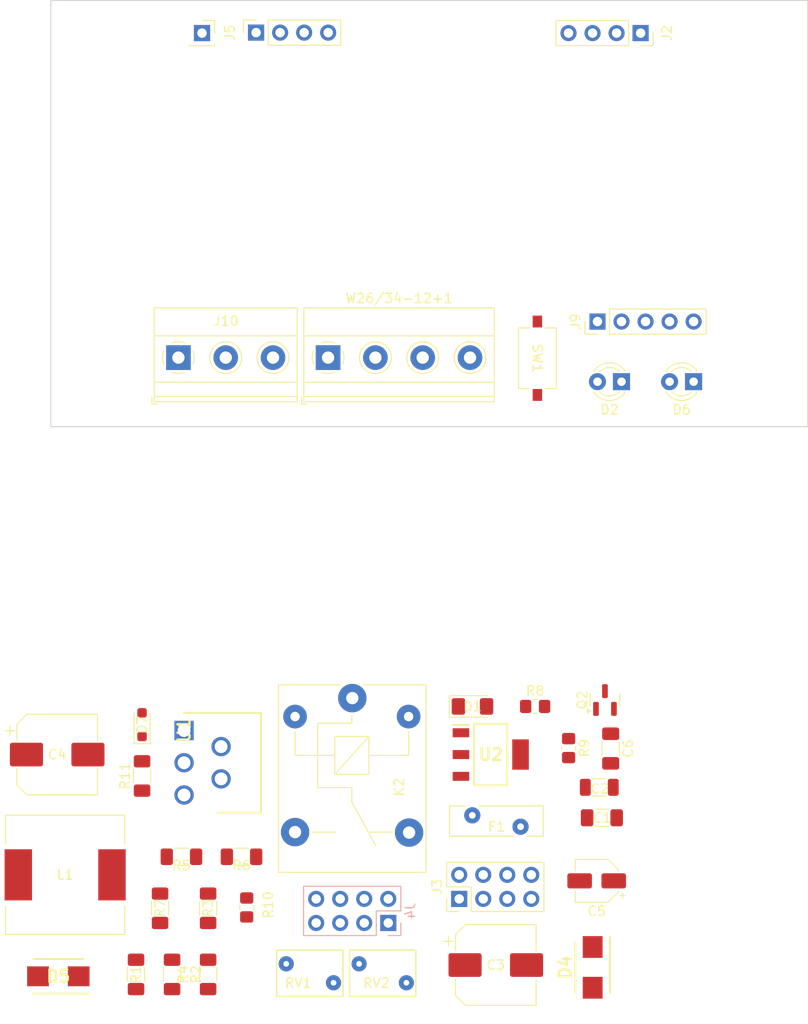
<source format=kicad_pcb>
(kicad_pcb (version 20221018) (generator pcbnew)
  (layers (0 "F.Cu" signal) (31 "B.Cu" signal) (34 "B.Paste" user) (35 "F.Paste" user) (36 "B.SilkS" user "B.Silkscreen") (37 "F.SilkS" user "F.Silkscreen") (38 "B.Mask" user) (39 "F.Mask" user) (44 "Edge.Cuts" user))
  (net 0 "")
  (net 1 "GND")
  (net 2 "+5V")
  (net 3 "12V")
  (net 4 "+3.3V")
  (net 5 "Net-(D1-K)")
  (net 6 "Net-(D1-A)")
  (net 7 "Net-(D4-A)")
  (net 8 "Net-(D5-K)")
  (net 9 "Net-(D6-K)")
  (net 10 "Net-(D6-A)")
  (net 11 "Net-(D7-K)")
  (net 12 "12VOUT")
  (net 13 "Net-(J2-Pin_2)")
  (net 15 "Net-(J3-Pin_3)")
  (net 16 "Net-(J3-Pin_4)")
  (net 17 "Net-(J3-Pin_5)")
  (net 18 "Net-(J3-Pin_6)")
  (net 19 "D1")
  (net 20 "D0")
  (net 25 "Net-(J10-Pin_2)")
  (net 26 "Net-(J9-Pin_3)")
  (net 27 "Net-(J10-Pin_1)")
  (net 28 "Net-(J10-Pin_3)")
  (net 29 "Net-(Q2-B)")
  (net 30 "Net-(D2-A)")
  (net 31 "Net-(R5-Pad1)")
  (net 32 "Net-(U1-FB)")
  (net 33 "Net-(ANT1-Pin_1)")
  (footprint "Resistor_SMD:R_1206_3216Metric_Pad1.30x1.75mm_HandSolder" (layer "F.Cu") (at 96.52 157.835 90)
    (fp_text reference "R4" (at 0 -2.644273 90) (layer "F.SilkS"))
    (fp_text value "330")
    (fp_line (start -0.727064 -0.91) (end 0.727064 -0.91) (stroke (width 0.12)) (layer "F.SilkS"))
    (fp_line (start -0.727064 0.91) (end 0.727064 0.91) (stroke (width 0.12)) (layer "F.SilkS"))
    (pad "1" smd roundrect (at -1.55 0 90) (size 1.3 1.75) (layers "F.Cu" "F.Paste" "F.Mask") (roundrect_rratio 0.192308) (net 30 "Net-(D2-A)"))
    (pad "2" smd roundrect (at 1.55 0 90) (size 1.3 1.75) (layers "F.Cu" "F.Paste" "F.Mask") (roundrect_rratio 0.192308) (net 2 "+5V"))
  )
  (footprint "Varistor:RV_Disc_D7mm_W4.9mm_P5mm" (layer "F.Cu") (at 104.775 156.7167)
    (fp_text reference "RV1" (at 1.27 2.03325) (layer "F.SilkS"))
    (fp_text value "470KD07")
    (fp_line (start -1 -1.45) (end -1 3.45) (stroke (width 0.15)) (layer "F.SilkS"))
    (fp_line (start -1 -1.45) (end 6 -1.45) (stroke (width 0.15)) (layer "F.SilkS"))
    (fp_line (start -1 3.45) (end 6 3.45) (stroke (width 0.15)) (layer "F.SilkS"))
    (fp_line (start 6 -1.45) (end 6 3.45) (stroke (width 0.15)) (layer "F.SilkS"))
    (pad "1" thru_hole circle (at 0 0) (size 1.6 1.6) (drill 0.6) (layers "*.Cu" "*.Mask") (net 27 "Net-(J10-Pin_1)"))
    (pad "2" thru_hole circle (at 5 2) (size 1.6 1.6) (drill 0.6) (layers "*.Cu" "*.Mask") (net 25 "Net-(J10-Pin_2)"))
  )
  (footprint "Resistor_SMD:R_1206_3216Metric_Pad1.30x1.75mm_HandSolder" (layer "F.Cu") (at 89.535 136.88 -90)
    (fp_text reference "R11" (at 0 1.79 -270) (layer "F.SilkS"))
    (fp_text value "4.7K")
    (fp_line (start -0.727064 -0.91) (end 0.727064 -0.91) (stroke (width 0.12)) (layer "F.SilkS"))
    (fp_line (start -0.727064 0.91) (end 0.727064 0.91) (stroke (width 0.12)) (layer "F.SilkS"))
    (pad "1" smd roundrect (at -1.55 0 270) (size 1.3 1.75) (layers "F.Cu" "F.Paste" "F.Mask") (roundrect_rratio 0.192308) (net 1 "GND"))
    (pad "2" smd roundrect (at 1.55 0 270) (size 1.3 1.75) (layers "F.Cu" "F.Paste" "F.Mask") (roundrect_rratio 0.192308) (net 32 "Net-(U1-FB)"))
  )
  (footprint "Resistor_SMD:R_1206_3216Metric_Pad1.30x1.75mm_HandSolder" (layer "F.Cu") (at 92.71 157.835 -90)
    (fp_text reference "R2" (at 0 -2.54 90) (layer "F.SilkS"))
    (fp_text value "10K" hide)
    (fp_line (start -0.727064 -0.91) (end 0.727064 -0.91) (stroke (width 0.12)) (layer "F.SilkS"))
    (fp_line (start -0.727064 0.91) (end 0.727064 0.91) (stroke (width 0.12)) (layer "F.SilkS"))
    (pad "1" smd roundrect (at -1.55 0 270) (size 1.3 1.75) (layers "F.Cu" "F.Paste" "F.Mask") (roundrect_rratio 0.192308) (net 15 "Net-(J3-Pin_3)"))
    (pad "2" smd roundrect (at 1.55 0 270) (size 1.3 1.75) (layers "F.Cu" "F.Paste" "F.Mask") (roundrect_rratio 0.192308) (net 20 "D0"))
  )
  (footprint "Kicad Modelos:TLV1117LV33DCYR" (layer "F.Cu") (at 126.39 134.62)
    (fp_text reference "U2" (at 0 0) (layer "F.SilkS") (effects (font (size 1.27 1.27) (thickness 0.254))))
    (fp_text value "AMS1117-3.3" hide)
    (fp_line (start -4.025 -3.125) (end -2.275 -3.125) (stroke (width 0.2)) (layer "F.SilkS"))
    (fp_line (start -1.75 -3.25) (end 1.75 -3.25) (stroke (width 0.2)) (layer "F.SilkS"))
    (fp_line (start -1.75 3.25) (end -1.75 -3.25) (stroke (width 0.2)) (layer "F.SilkS"))
    (fp_line (start 1.75 -3.25) (end 1.75 3.25) (stroke (width 0.2)) (layer "F.SilkS"))
    (fp_line (start 1.75 3.25) (end -1.75 3.25) (stroke (width 0.2)) (layer "F.SilkS"))
    (pad "1" smd rect (at -3.15 -2.3 90) (size 0.95 1.75) (layers "F.Cu" "F.Paste" "F.Mask") (net 1 "GND"))
    (pad "2" smd rect (at -3.15 0 90) (size 0.95 1.75) (layers "F.Cu" "F.Paste" "F.Mask") (net 4 "+3.3V"))
    (pad "3" smd rect (at -3.15 2.3 90) (size 0.95 1.75) (layers "F.Cu" "F.Paste" "F.Mask") (net 2 "+5V"))
    (pad "4" smd rect (at 3.15 0) (size 1.75 3.2) (layers "F.Cu" "F.Paste" "F.Mask"))
  )
  (footprint "Resistor_SMD:R_1206_3216Metric_Pad1.30x1.75mm_HandSolder" (layer "F.Cu") (at 96.52 150.85 -90)
    (fp_text reference "R3" (at 0 0 90) (layer "F.SilkS"))
    (fp_text value "10K" hide)
    (fp_line (start -0.727064 -0.91) (end 0.727064 -0.91) (stroke (width 0.12)) (layer "F.SilkS"))
    (fp_line (start -0.727064 0.91) (end 0.727064 0.91) (stroke (width 0.12)) (layer "F.SilkS"))
    (pad "1" smd roundrect (at -1.55 0 270) (size 1.3 1.75) (layers "F.Cu" "F.Paste" "F.Mask") (roundrect_rratio 0.192308) (net 4 "+3.3V"))
    (pad "2" smd roundrect (at 1.55 0 270) (size 1.3 1.75) (layers "F.Cu" "F.Paste" "F.Mask") (roundrect_rratio 0.192308) (net 16 "Net-(J3-Pin_4)"))
  )
  (footprint "Connector_PinHeader_2.54mm:PinHeader_1x05_P2.54mm_Vertical" (layer "F.Cu") (at 137.67 88.9 90)
    (fp_text reference "J9" (at 0 -2.33 90) (layer "F.SilkS"))
    (fp_text value "jumpers salida")
    (fp_line (start -1.33 -1.33) (end 0 -1.33) (stroke (width 0.12)) (layer "F.SilkS"))
    (fp_line (start -1.33 0) (end -1.33 -1.33) (stroke (width 0.12)) (layer "F.SilkS"))
    (fp_line (start -1.33 1.27) (end -1.33 11.49) (stroke (width 0.12)) (layer "F.SilkS"))
    (fp_line (start -1.33 1.27) (end 1.33 1.27) (stroke (width 0.12)) (layer "F.SilkS"))
    (fp_line (start -1.33 11.49) (end 1.33 11.49) (stroke (width 0.12)) (layer "F.SilkS"))
    (fp_line (start 1.33 1.27) (end 1.33 11.49) (stroke (width 0.12)) (layer "F.SilkS"))
    (pad "1" thru_hole rect (at 0 0 90) (size 1.7 1.7) (drill 1) (layers "*.Cu" "*.Mask") (net 1 "GND"))
    (pad "2" thru_hole oval (at 0 2.54 90) (size 1.7 1.7) (drill 1) (layers "*.Cu" "*.Mask") (net 25 "Net-(J10-Pin_2)"))
    (pad "3" thru_hole oval (at 0 5.08 90) (size 1.7 1.7) (drill 1) (layers "*.Cu" "*.Mask") (net 26 "Net-(J9-Pin_3)"))
    (pad "4" thru_hole oval (at 0 7.62 90) (size 1.7 1.7) (drill 1) (layers "*.Cu" "*.Mask") (net 12 "12VOUT"))
    (pad "5" thru_hole oval (at 0 10.16 90) (size 1.7 1.7) (drill 1) (layers "*.Cu" "*.Mask") (net 12 "12VOUT"))
  )
  (footprint "Kicad Modelos:LM2596TVADJG" (layer "F.Cu") (at 93.98 132.08 -90)
    (fp_text reference "U1" (at 0 0 -90) (layer "F.SilkS") (effects (font (size 1.27 1.27) (thickness 0.254))))
    (fp_text value "LM2596S-5" hide)
    (fp_line (start -1.866 -8.128) (end -1.866 0) (stroke (width 0.2)) (layer "F.SilkS"))
    (fp_line (start 8.674 -8.128) (end -1.866 -8.128) (stroke (width 0.2)) (layer "F.SilkS"))
    (fp_line (start 8.674 -3.556) (end 8.674 -8.128) (stroke (width 0.2)) (layer "F.SilkS"))
    (pad "1" thru_hole rect (at 0 0 270) (size 2.04 2.04) (drill 1.36) (layers "*.Cu" "*.Mask") (net 3 "12V"))
    (pad "2" thru_hole circle (at 1.702 -3.912 270) (size 2.04 2.04) (drill 1.36) (layers "*.Cu" "*.Mask") (net 8 "Net-(D5-K)"))
    (pad "3" thru_hole circle (at 3.404 0 270) (size 2.04 2.04) (drill 1.36) (layers "*.Cu" "*.Mask") (net 1 "GND"))
    (pad "4" thru_hole circle (at 5.106 -3.912 270) (size 2.04 2.04) (drill 1.36) (layers "*.Cu" "*.Mask") (net 32 "Net-(U1-FB)"))
    (pad "5" thru_hole circle (at 6.808 0 270) (size 2.04 2.04) (drill 1.36) (layers "*.Cu" "*.Mask") (net 1 "GND"))
  )
  (footprint "Kicad Modelos:SS34B-HF" (layer "F.Cu") (at 137.16 157.09 -90)
    (fp_text reference "D4" (at 0 2.8973 -90) (layer "F.SilkS") (effects (font (size 1.27 1.27) (thickness 0.254))))
    (fp_text value "SS34" hide)
    (fp_line (start -2.65 1.825) (end 2.65 1.825) (stroke (width 0.2)) (layer "F.SilkS"))
    (fp_line (start 2.65 -1.825) (end -3.2 -1.825) (stroke (width 0.2)) (layer "F.SilkS"))
    (pad "1" smd rect (at -2.15 0) (size 2.1 2.3) (layers "F.Cu" "F.Paste" "F.Mask") (net 3 "12V"))
    (pad "2" smd rect (at 2.15 0) (size 2.1 2.3) (layers "F.Cu" "F.Paste" "F.Mask") (net 7 "Net-(D4-A)"))
  )
  (footprint "Resistor_SMD:R_1206_3216Metric_Pad1.30x1.75mm_HandSolder" (layer "F.Cu") (at 88.9 157.835 90)
    (fp_text reference "R1" (at 0 0 90) (layer "F.SilkS"))
    (fp_text value "10K" hide)
    (fp_line (start -0.727064 -0.91) (end 0.727064 -0.91) (stroke (width 0.12)) (layer "F.SilkS"))
    (fp_line (start -0.727064 0.91) (end 0.727064 0.91) (stroke (width 0.12)) (layer "F.SilkS"))
    (pad "1" smd roundrect (at -1.55 0 90) (size 1.3 1.75) (layers "F.Cu" "F.Paste" "F.Mask") (roundrect_rratio 0.192308) (net 19 "D1"))
    (pad "2" smd roundrect (at 1.55 0 90) (size 1.3 1.75) (layers "F.Cu" "F.Paste" "F.Mask") (roundrect_rratio 0.192308) (net 17 "Net-(J3-Pin_5)"))
  )
  (footprint "Connector_PinSocket_2.54mm:PinSocket_1x04_P2.54mm_Vertical" (layer "F.Cu") (at 101.59 58.395 90)
    (fp_text reference "J5" (at 0 -2.77 90) (layer "F.SilkS"))
    (fp_text value "Receptor RF" hide)
    (fp_line (start -1.33 1.27) (end -1.33 8.95) (stroke (width 0.12)) (layer "F.SilkS"))
    (fp_line (start -1.33 1.27) (end 1.33 1.27) (stroke (width 0.12)) (layer "F.SilkS"))
    (fp_line (start -1.33 8.95) (end 1.33 8.95) (stroke (width 0.12)) (layer "F.SilkS"))
    (fp_line (start 0 -1.33) (end 1.33 -1.33) (stroke (width 0.12)) (layer "F.SilkS"))
    (fp_line (start 1.33 -1.33) (end 1.33 0) (stroke (width 0.12)) (layer "F.SilkS"))
    (fp_line (start 1.33 1.27) (end 1.33 8.95) (stroke (width 0.12)) (layer "F.SilkS"))
    (pad "1" thru_hole rect (at 0 0 90) (size 1.7 1.7) (drill 1) (layers "*.Cu" "*.Mask") (net 33 "Net-(ANT1-Pin_1)"))
    (pad "2" thru_hole oval (at 0 2.54 90) (size 1.7 1.7) (drill 1) (layers "*.Cu" "*.Mask"))
    (pad "3" thru_hole oval (at 0 5.08 90) (size 1.7 1.7) (drill 1) (layers "*.Cu" "*.Mask"))
    (pad "4" thru_hole oval (at 0 7.62 90) (size 1.7 1.7) (drill 1) (layers "*.Cu" "*.Mask") (net 2 "+5V"))
  )
  (footprint "Resistor_SMD:R_1206_3216Metric_Pad1.30x1.75mm_HandSolder" (layer "F.Cu") (at 91.44 150.85 -90)
    (fp_text reference "R7" (at 0 0 90) (layer "F.SilkS"))
    (fp_text value "10K" hide)
    (fp_line (start -0.727064 -0.91) (end 0.727064 -0.91) (stroke (width 0.12)) (layer "F.SilkS"))
    (fp_line (start -0.727064 0.91) (end 0.727064 0.91) (stroke (width 0.12)) (layer "F.SilkS"))
    (pad "1" smd roundrect (at -1.55 0 270) (size 1.3 1.75) (layers "F.Cu" "F.Paste" "F.Mask") (roundrect_rratio 0.192308) (net 4 "+3.3V"))
    (pad "2" smd roundrect (at 1.55 0 270) (size 1.3 1.75) (layers "F.Cu" "F.Paste" "F.Mask") (roundrect_rratio 0.192308) (net 18 "Net-(J3-Pin_6)"))
  )
  (footprint "Connector_PinSocket_2.54mm:PinSocket_1x01_P2.54mm_Vertical" (layer "F.Cu") (at 95.875 58.445)
    (fp_text reference "ANT1" hide)
    (fp_text value "ANT" hide)
    (fp_line (start -1.33 1.21) (end -1.33 1.33) (stroke (width 0.12)) (layer "F.SilkS"))
    (fp_line (start -1.33 1.33) (end 1.33 1.33) (stroke (width 0.12)) (layer "F.SilkS"))
    (fp_line (start 0 -1.33) (end 1.33 -1.33) (stroke (width 0.12)) (layer "F.SilkS"))
    (fp_line (start 1.33 -1.33) (end 1.33 0) (stroke (width 0.12)) (layer "F.SilkS"))
    (fp_line (start 1.33 1.21) (end 1.33 1.33) (stroke (width 0.12)) (layer "F.SilkS"))
    (pad "1" thru_hole rect (at 0 0) (size 1.7 1.7) (drill 1) (layers "*.Cu" "*.Mask") (net 33 "Net-(ANT1-Pin_1)"))
  )
  (footprint "Resistor_SMD:R_0805_2012Metric_Pad1.20x1.40mm_HandSolder" (layer "F.Cu") (at 100.6 150.765 90)
    (fp_text reference "R10" (at 0.27 2.27 90) (layer "F.SilkS"))
    (fp_text value "330")
    (fp_line (start -0.227064 -0.735) (end 0.227064 -0.735) (stroke (width 0.12)) (layer "F.SilkS"))
    (fp_line (start -0.227064 0.735) (end 0.227064 0.735) (stroke (width 0.12)) (layer "F.SilkS"))
    (pad "1" smd roundrect (at -1 0 90) (size 1.2 1.4) (layers "F.Cu" "F.Paste" "F.Mask") (roundrect_rratio 0.208333) (net 10 "Net-(D6-A)"))
    (pad "2" smd roundrect (at 1 0 90) (size 1.2 1.4) (layers "F.Cu" "F.Paste" "F.Mask") (roundrect_rratio 0.208333) (net 11 "Net-(D7-K)"))
  )
  (footprint "Diode_SMD:D_SOD-323_HandSoldering" (layer "F.Cu") (at 89.535 131.465 90)
    (fp_text reference "D7" (at 0 0 90) (layer "F.SilkS"))
    (fp_text value "1N4148")
    (fp_line (start -2.01 -0.85) (end -2.01 0.85) (stroke (width 0.12)) (layer "F.SilkS"))
    (fp_line (start -2.01 -0.85) (end 1.25 -0.85) (stroke (width 0.12)) (layer "F.SilkS"))
    (fp_line (start -2.01 0.85) (end 1.25 0.85) (stroke (width 0.12)) (layer "F.SilkS"))
    (pad "1" smd roundrect (at -1.25 0 90) (size 1 1) (layers "F.Cu" "F.Paste" "F.Mask") (net 11 "Net-(D7-K)"))
    (pad "2" smd roundrect (at 1.25 0 90) (size 1 1) (layers "F.Cu" "F.Paste" "F.Mask") (net 9 "Net-(D6-K)"))
  )
  (footprint "Capacitor_SMD:CP_Elec_8x10" (layer "F.Cu") (at 126.925 156.845)
    (fp_text reference "C3" (at 0 0) (layer "F.SilkS"))
    (fp_text value "220uF/35V")
    (fp_line (start -5.5 -2.51) (end -4.5 -2.51) (stroke (width 0.12)) (layer "F.SilkS"))
    (fp_line (start -5 -3.01) (end -5 -2.01) (stroke (width 0.12)) (layer "F.SilkS"))
    (fp_line (start -4.26 -3.195563) (end -4.26 -1.51) (stroke (width 0.12)) (layer "F.SilkS"))
    (fp_line (start -4.26 -3.195563) (end -3.195563 -4.26) (stroke (width 0.12)) (layer "F.SilkS"))
    (fp_line (start -4.26 3.195563) (end -4.26 1.51) (stroke (width 0.12)) (layer "F.SilkS"))
    (fp_line (start -4.26 3.195563) (end -3.195563 4.26) (stroke (width 0.12)) (layer "F.SilkS"))
    (fp_line (start -3.195563 -4.26) (end 4.26 -4.26) (stroke (width 0.12)) (layer "F.SilkS"))
    (fp_line (start -3.195563 4.26) (end 4.26 4.26) (stroke (width 0.12)) (layer "F.SilkS"))
    (fp_line (start 4.26 -4.26) (end 4.26 -1.51) (stroke (width 0.12)) (layer "F.SilkS"))
    (fp_line (start 4.26 4.26) (end 4.26 1.51) (stroke (width 0.12)) (layer "F.SilkS"))
    (pad "1" smd roundrect (at -3.25 0) (size 3.5 2.5) (layers "F.Cu" "F.Paste" "F.Mask") (roundrect_rratio 0.1) (net 3 "12V"))
    (pad "2" smd roundrect (at 3.25 0) (size 3.5 2.5) (layers "F.Cu" "F.Paste" "F.Mask") (roundrect_rratio 0.1) (net 1 "GND"))
  )
  (footprint "TerminalBlock_Phoenix:TerminalBlock_Phoenix_MKDS-1,5-3_1x03_P5.00mm_Horizontal" (layer "F.Cu") (at 93.38 92.71)
    (fp_text reference "J10" (at 5.039906 -3.865589) (layer "F.SilkS"))
    (fp_text value "OUT" hide)
    (fp_line (start -2.8 4.16) (end -2.8 4.9) (stroke (width 0.12)) (layer "F.SilkS"))
    (fp_line (start -2.8 4.9) (end -2.3 4.9) (stroke (width 0.12)) (layer "F.SilkS"))
    (fp_line (start -2.56 -5.261) (end -2.56 4.66) (stroke (width 0.12)) (layer "F.SilkS"))
    (fp_line (start -2.56 -5.261) (end 12.56 -5.261) (stroke (width 0.12)) (layer "F.SilkS"))
    (fp_line (start -2.56 -2.301) (end 12.56 -2.301) (stroke (width 0.12)) (layer "F.SilkS"))
    (fp_line (start -2.56 2.6) (end 12.56 2.6) (stroke (width 0.12)) (layer "F.SilkS"))
    (fp_line (start -2.56 4.1) (end 12.56 4.1) (stroke (width 0.12)) (layer "F.SilkS"))
    (fp_line (start -2.56 4.66) (end 12.56 4.66) (stroke (width 0.12)) (layer "F.SilkS"))
    (fp_line (start 3.773 1.023) (end 3.726 1.069) (stroke (width 0.12)) (layer "F.SilkS"))
    (fp_line (start 3.966 1.239) (end 3.931 1.274) (stroke (width 0.12)) (layer "F.SilkS"))
    (fp_line (start 6.07 -1.275) (end 6.035 -1.239) (stroke (width 0.12)) (layer "F.SilkS"))
    (fp_line (start 6.275 -1.069) (end 6.228 -1.023) (stroke (width 0.12)) (layer "F.SilkS"))
    (fp_line (start 8.773 1.023) (end 8.726 1.069) (stroke (width 0.12)) (layer "F.SilkS"))
    (fp_line (start 8.966 1.239) (end 8.931 1.274) (stroke (width 0.12)) (layer "F.SilkS"))
    (fp_line (start 11.07 -1.275) (end 11.035 -1.239) (stroke (width 0.12)) (layer "F.SilkS"))
    (fp_line (start 11.275 -1.069) (end 11.228 -1.023) (stroke (width 0.12)) (layer "F.SilkS"))
    (fp_line (start 12.56 -5.261) (end 12.56 4.66) (stroke (width 0.12)) (layer "F.SilkS"))
    (fp_arc (start -1.535427 0.683042) (mid -1.680501 -0.000524) (end -1.535 -0.684) (stroke (width 0.12)) (layer "F.SilkS"))
    (fp_arc (start -0.683042 -1.535427) (mid 0.000524 -1.680501) (end 0.684 -1.535) (stroke (width 0.12)) (layer "F.SilkS"))
    (fp_arc (start 0.028805 1.680253) (mid -0.335551 1.646659) (end -0.684 1.535) (stroke (width 0.12)) (layer "F.SilkS"))
    (fp_arc (start 0.683318 1.534756) (mid 0.349292 1.643288) (end 0 1.68) (stroke (width 0.12)) (layer "F.SilkS"))
    (fp_arc (start 1.535427 -0.683042) (mid 1.680501 0.000524) (end 1.535 0.684) (stroke (width 0.12)) (layer "F.SilkS"))
    (fp_circle (center 5 0) (end 6.68 0) (stroke (width 0.12)) (fill none) (layer "F.SilkS"))
    (fp_circle (center 10 0) (end 11.68 0) (stroke (width 0.12)) (fill none) (layer "F.SilkS"))
    (pad "1" thru_hole rect (at 0 0) (size 2.6 2.6) (drill 1.3) (layers "*.Cu" "*.Mask") (net 27 "Net-(J10-Pin_1)"))
    (pad "2" thru_hole circle (at 5 0) (size 2.6 2.6) (drill 1.3) (layers "*.Cu" "*.Mask") (net 25 "Net-(J10-Pin_2)"))
    (pad "3" thru_hole circle (at 10 0) (size 2.6 2.6) (drill 1.3) (layers "*.Cu" "*.Mask") (net 28 "Net-(J10-Pin_3)"))
  )
  (footprint "Resistor_SMD:R_0805_2012Metric_Pad1.20x1.40mm_HandSolder" (layer "F.Cu") (at 131.08 129.54)
    (fp_text reference "R8" (at 0 -1.65) (layer "F.SilkS"))
    (fp_text value "10K")
    (fp_line (start -0.227064 -0.735) (end 0.227064 -0.735) (stroke (width 0.12)) (layer "F.SilkS"))
    (fp_line (start -0.227064 0.735) (end 0.227064 0.735) (stroke (width 0.12)) (layer "F.SilkS"))
    (pad "1" smd roundrect (at -1 0) (size 1.2 1.4) (layers "F.Cu" "F.Paste" "F.Mask") (roundrect_rratio 0.208333) (net 5 "Net-(D1-K)"))
    (pad "2" smd roundrect (at 1 0) (size 1.2 1.4) (layers "F.Cu" "F.Paste" "F.Mask") (roundrect_rratio 0.208333) (net 29 "Net-(Q2-B)"))
  )
  (footprint "Resistor_SMD:R_1206_3216Metric_Pad1.30x1.75mm_HandSolder" (layer "F.Cu") (at 93.7 145.415 180)
    (fp_text reference "R5" (at 0 -0.91) (layer "F.SilkS"))
    (fp_text value "10K")
    (fp_line (start -0.727064 -0.91) (end 0.727064 -0.91) (stroke (width 0.12)) (layer "F.SilkS"))
    (fp_line (start -0.727064 0.91) (end 0.727064 0.91) (stroke (width 0.12)) (layer "F.SilkS"))
    (pad "1" smd roundrect (at -1.55 0 180) (size 1.3 1.75) (layers "F.Cu" "F.Paste" "F.Mask") (roundrect_rratio 0.192308) (net 31 "Net-(R5-Pad1)"))
    (pad "2" smd roundrect (at 1.55 0 180) (size 1.3 1.75) (layers "F.Cu" "F.Paste" "F.Mask") (roundrect_rratio 0.192308) (net 2 "+5V"))
  )
  (footprint "Inductor_SMD:L_12x12mm_H8mm" (layer "F.Cu") (at 81.41 147.32)
    (fp_text reference "L1" (at 0 0) (layer "F.SilkS"))
    (fp_text value "33 uH/3.5A")
    (fp_line (start -6.3 -6.3) (end 6.3 -6.3) (stroke (width 0.12)) (layer "F.SilkS"))
    (fp_line (start -6.3 -3.3) (end -6.3 -6.3) (stroke (width 0.12)) (layer "F.SilkS"))
    (fp_line (start -6.3 6.3) (end -6.3 3.3) (stroke (width 0.12)) (layer "F.SilkS"))
    (fp_line (start 6.3 -6.3) (end 6.3 -3.3) (stroke (width 0.12)) (layer "F.SilkS"))
    (fp_line (start 6.3 3.3) (end 6.3 6.3) (stroke (width 0.12)) (layer "F.SilkS"))
    (fp_line (start 6.3 6.3) (end -6.3 6.3) (stroke (width 0.12)) (layer "F.SilkS"))
    (pad "1" smd rect (at -4.95 0) (size 2.9 5.4) (layers "F.Cu" "F.Paste" "F.Mask") (net 8 "Net-(D5-K)"))
    (pad "2" smd rect (at 4.95 0) (size 2.9 5.4) (layers "F.Cu" "F.Paste" "F.Mask") (net 2 "+5V"))
  )
  (footprint "LED_THT:LED_D3.0mm" (layer "F.Cu") (at 147.83 95.25 180)
    (fp_text reference "D6" (at 1.27 -2.96) (layer "F.SilkS"))
    (fp_text value "LED")
    (fp_line (start -0.29 -1.236) (end -0.29 -1.08) (stroke (width 0.12)) (layer "F.SilkS"))
    (fp_line (start -0.29 1.08) (end -0.29 1.236) (stroke (width 0.12)) (layer "F.SilkS"))
    (fp_arc (start -0.29 -1.235516) (mid 1.366487 -1.987659) (end 2.942335 -1.078608) (stroke (width 0.12)) (layer "F.SilkS"))
    (fp_arc (start 0.229039 -1.08) (mid 1.270117 -1.5) (end 2.31113 -1.079837) (stroke (width 0.12)) (layer "F.SilkS"))
    (fp_arc (start 2.31113 1.079837) (mid 1.270117 1.5) (end 0.229039 1.08) (stroke (width 0.12)) (layer "F.SilkS"))
    (fp_arc (start 2.942335 1.078608) (mid 1.366487 1.987659) (end -0.29 1.235516) (stroke (width 0.12)) (layer "F.SilkS"))
    (pad "1" thru_hole rect (at 0 0 180) (size 1.8 1.8) (drill 0.9) (layers "*.Cu" "*.Mask") (net 9 "Net-(D6-K)"))
    (pad "2" thru_hole circle (at 2.54 0 180) (size 1.8 1.8) (drill 0.9) (layers "*.Cu" "*.Mask") (net 10 "Net-(D6-A)"))
  )
  (footprint "Varistor:RV_Disc_D7mm_W4.9mm_P5mm" (layer "F.Cu") (at 112.475 156.7167)
    (fp_text reference "RV2" (at 1.825 2.03325) (layer "F.SilkS"))
    (fp_text value "470KD07")
    (fp_line (start -1 -1.45) (end -1 3.45) (stroke (width 0.15)) (layer "F.SilkS"))
    (fp_line (start -1 -1.45) (end 6 -1.45) (stroke (width 0.15)) (layer "F.SilkS"))
    (fp_line (start -1 3.45) (end 6 3.45) (stroke (width 0.15)) (layer "F.SilkS"))
    (fp_line (start 6 -1.45) (end 6 3.45) (stroke (width 0.15)) (layer "F.SilkS"))
    (pad "1" thru_hole circle (at 0 0) (size 1.6 1.6) (drill 0.6) (layers "*.Cu" "*.Mask") (net 25 "Net-(J10-Pin_2)"))
    (pad "2" thru_hole circle (at 5 2) (size 1.6 1.6) (drill 0.6) (layers "*.Cu" "*.Mask") (net 28 "Net-(J10-Pin_3)"))
  )
  (footprint "Kicad Modelos:SS34B-HF" (layer "F.Cu") (at 80.69 158.035 180)
    (fp_text reference "D5" (at 0 0 180) (layer "F.SilkS") (effects (font (size 1.27 1.27) (thickness 0.254))))
    (fp_text value "SS34" hide)
    (fp_line (start -2.65 1.825) (end 2.65 1.825) (stroke (width 0.2)) (layer "F.SilkS"))
    (fp_line (start 2.65 -1.825) (end -3.2 -1.825) (stroke (width 0.2)) (layer "F.SilkS"))
    (pad "1" smd rect (at -2.15 0 270) (size 2.1 2.3) (layers "F.Cu" "F.Paste" "F.Mask") (net 8 "Net-(D5-K)"))
    (pad "2" smd rect (at 2.15 0 270) (size 2.1 2.3) (layers "F.Cu" "F.Paste" "F.Mask") (net 1 "GND"))
  )
  (footprint "Package_TO_SOT_SMD:SOT-23" (layer "F.Cu") (at 138.46 128.86 90)
    (fp_text reference "Q2" (at 0 -2.4 90) (layer "F.SilkS"))
    (fp_text value "MMBT5551L")
    (fp_line (start 0 -1.56) (end -0.65 -1.56) (stroke (width 0.12)) (layer "F.SilkS"))
    (fp_line (start 0 -1.56) (end 0.65 -1.56) (stroke (width 0.12)) (layer "F.SilkS"))
    (fp_line (start 0 1.56) (end -0.65 1.56) (stroke (width 0.12)) (layer "F.SilkS"))
    (fp_line (start 0 1.56) (end 0.65 1.56) (stroke (width 0.12)) (layer "F.SilkS"))
    (fp_poly (pts (xy -1.1625 -1.51) (xy -1.4025 -1.84) (xy -0.9225 -1.84) (xy -1.1625 -1.51)) (stroke (width 0.12)) (fill solid) (layer "F.SilkS"))
    (pad "1" smd roundrect (at -0.9375 -0.95 90) (size 1.475 0.6) (layers "F.Cu" "F.Paste" "F.Mask") (net 29 "Net-(Q2-B)"))
    (pad "2" smd roundrect (at -0.9375 0.95 90) (size 1.475 0.6) (layers "F.Cu" "F.Paste" "F.Mask") (net 1 "GND"))
    (pad "3" smd roundrect (at 0.9375 0 90) (size 1.475 0.6) (layers "F.Cu" "F.Paste" "F.Mask") (net 9 "Net-(D6-K)"))
  )
  (footprint "TerminalBlock_Phoenix:TerminalBlock_Phoenix_MKDS-1,5-4_1x04_P5.00mm_Horizontal" (layer "F.Cu") (at 109.2 92.71)
    (fp_text reference "W26/34-12+1" (at 7.5 -6.26) (layer "F.SilkS"))
    (fp_text value "Screw_Terminal_01x04")
    (fp_line (start -2.8 4.16) (end -2.8 4.9) (stroke (width 0.12)) (layer "F.SilkS"))
    (fp_line (start -2.8 4.9) (end -2.3 4.9) (stroke (width 0.12)) (layer "F.SilkS"))
    (fp_line (start -2.56 -5.261) (end -2.56 4.66) (stroke (width 0.12)) (layer "F.SilkS"))
    (fp_line (start -2.56 -5.261) (end 17.561 -5.261) (stroke (width 0.12)) (layer "F.SilkS"))
    (fp_line (start -2.56 -2.301) (end 17.561 -2.301) (stroke (width 0.12)) (layer "F.SilkS"))
    (fp_line (start -2.56 2.6) (end 17.561 2.6) (stroke (width 0.12)) (layer "F.SilkS"))
    (fp_line (start -2.56 4.1) (end 17.561 4.1) (stroke (width 0.12)) (layer "F.SilkS"))
    (fp_line (start -2.56 4.66) (end 17.561 4.66) (stroke (width 0.12)) (layer "F.SilkS"))
    (fp_line (start 3.773 1.023) (end 3.726 1.069) (stroke (width 0.12)) (layer "F.SilkS"))
    (fp_line (start 3.966 1.239) (end 3.931 1.274) (stroke (width 0.12)) (layer "F.SilkS"))
    (fp_line (start 6.07 -1.275) (end 6.035 -1.239) (stroke (width 0.12)) (layer "F.SilkS"))
    (fp_line (start 6.275 -1.069) (end 6.228 -1.023) (stroke (width 0.12)) (layer "F.SilkS"))
    (fp_line (start 8.773 1.023) (end 8.726 1.069) (stroke (width 0.12)) (layer "F.SilkS"))
    (fp_line (start 8.966 1.239) (end 8.931 1.274) (stroke (width 0.12)) (layer "F.SilkS"))
    (fp_line (start 11.07 -1.275) (end 11.035 -1.239) (stroke (width 0.12)) (layer "F.SilkS"))
    (fp_line (start 11.275 -1.069) (end 11.228 -1.023) (stroke (width 0.12)) (layer "F.SilkS"))
    (fp_line (start 13.773 1.023) (end 13.726 1.069) (stroke (width 0.12)) (layer "F.SilkS"))
    (fp_line (start 13.966 1.239) (end 13.931 1.274) (stroke (width 0.12)) (layer "F.SilkS"))
    (fp_line (start 16.07 -1.275) (end 16.035 -1.239) (stroke (width 0.12)) (layer "F.SilkS"))
    (fp_line (start 16.275 -1.069) (end 16.228 -1.023) (stroke (width 0.12)) (layer "F.SilkS"))
    (fp_line (start 17.561 -5.261) (end 17.561 4.66) (stroke (width 0.12)) (layer "F.SilkS"))
    (fp_arc (start -1.535427 0.683042) (mid -1.680501 -0.000524) (end -1.535 -0.684) (stroke (width 0.12)) (layer "F.SilkS"))
    (fp_arc (start -0.683042 -1.535427) (mid 0.000524 -1.680501) (end 0.684 -1.535) (stroke (width 0.12)) (layer "F.SilkS"))
    (fp_arc (start 0.028805 1.680253) (mid -0.335551 1.646659) (end -0.684 1.535) (stroke (width 0.12)) (layer "F.SilkS"))
    (fp_arc (start 0.683318 1.534756) (mid 0.349292 1.643288) (end 0 1.68) (stroke (width 0.12)) (layer "F.SilkS"))
    (fp_arc (start 1.535427 -0.683042) (mid 1.680501 0.000524) (end 1.535 0.684) (stroke (width 0.12)) (layer "F.SilkS"))
    (fp_circle (center 5 0) (end 6.68 0) (stroke (width 0.12)) (fill none) (layer "F.SilkS"))
    (fp_circle (center 10 0) (end 11.68 0) (stroke (width 0.12)) (fill none) (layer "F.SilkS"))
    (fp_circle (center 15 0) (end 16.68 0) (stroke (width 0.12)) (fill none) (layer "F.SilkS"))
    (pad "1" thru_hole rect (at 0 0) (size 2.6 2.6) (drill 1.3) (layers "*.Cu" "*.Mask") (net 1 "GND"))
    (pad "2" thru_hole circle (at 5 0) (size 2.6 2.6) (drill 1.3) (layers "*.Cu" "*.Mask") (net 7 "Net-(D4-A)"))
    (pad "3" thru_hole circle (at 10 0) (size 2.6 2.6) (drill 1.3) (layers "*.Cu" "*.Mask") (net 19 "D1"))
    (pad "4" thru_hole circle (at 15 0) (size 2.6 2.6) (drill 1.3) (layers "*.Cu" "*.Mask") (net 20 "D0"))
  )
  (footprint "Capacitor_SMD:C_1206_3216Metric" (layer "F.Cu") (at 137.86 138.0783)
    (fp_text reference "C2" (at 0.061267 0.145852) (layer "F.SilkS"))
    (fp_text value "0.1u")
    (fp_line (start -0.711252 -0.91) (end 0.711252 -0.91) (stroke (width 0.12)) (layer "F.SilkS"))
    (fp_line (start -0.711252 0.91) (end 0.711252 0.91) (stroke (width 0.12)) (layer "F.SilkS"))
    (pad "1" smd roundrect (at -1.475 0) (size 1.15 1.8) (layers "F.Cu" "F.Paste" "F.Mask") (roundrect_rratio 0.217391) (net 3 "12V"))
    (pad "2" smd roundrect (at 1.475 0) (size 1.15 1.8) (layers "F.Cu" "F.Paste" "F.Mask") (roundrect_rratio 0.217391) (net 1 "GND"))
  )
  (footprint "Fuse:Fuse_Bourns_MF-RHT100" (layer "F.Cu") (at 124.44 141.04)
    (fp_text reference "F1" (at 2.56 1.2) (layer "F.SilkS"))
    (fp_text value "MF-R110")
    (fp_line (start -2.4 -1) (end -2.4 2.2) (stroke (width 0.12)) (layer "F.SilkS"))
    (fp_line (start -2.4 -1) (end -0.689 -1) (stroke (width 0.12)) (layer "F.SilkS"))
    (fp_line (start -2.4 2.2) (end 4.412 2.2) (stroke (width 0.12)) (layer "F.SilkS"))
    (fp_line (start 0.689 -1) (end 7.5 -1) (stroke (width 0.12)) (layer "F.SilkS"))
    (fp_line (start 5.789 2.2) (end 7.5 2.2) (stroke (width 0.12)) (layer "F.SilkS"))
    (fp_line (start 7.5 -1) (end 7.5 2.2) (stroke (width 0.12)) (layer "F.SilkS"))
    (pad "1" thru_hole circle (at 0 0) (size 1.71 1.71) (drill 0.71) (layers "*.Cu" "*.Mask") (net 7 "Net-(D4-A)"))
    (pad "2" thru_hole circle (at 5.1 1.2) (size 1.71 1.71) (drill 0.71) (layers "*.Cu" "*.Mask") (net 12 "12VOUT"))
  )
  (footprint "Capacitor_SMD:C_1206_3216Metric_Pad1.33x1.80mm_HandSolder" (layer "F.Cu") (at 138.1375 141.2983)
    (fp_text reference "C1" (at 0.03677 0.004048) (layer "F.SilkS"))
    (fp_text value "0.1u")
    (fp_line (start -0.711252 -0.91) (end 0.711252 -0.91) (stroke (width 0.12)) (layer "F.SilkS"))
    (fp_line (start -0.711252 0.91) (end 0.711252 0.91) (stroke (width 0.12)) (layer "F.SilkS"))
    (pad "1" smd roundrect (at -1.5625 0) (size 1.325 1.8) (layers "F.Cu" "F.Paste" "F.Mask") (roundrect_rratio 0.188679) (net 1 "GND"))
    (pad "2" smd roundrect (at 1.5625 0) (size 1.325 1.8) (layers "F.Cu" "F.Paste" "F.Mask") (roundrect_rratio 0.188679) (net 2 "+5V"))
  )
  (footprint "Resistor_SMD:R_0805_2012Metric_Pad1.20x1.40mm_HandSolder" (layer "F.Cu") (at 134.62 133.94 -90)
    (fp_text reference "R9" (at 0 -1.65 90) (layer "F.SilkS"))
    (fp_text value "100K")
    (fp_line (start -0.227064 -0.735) (end 0.227064 -0.735) (stroke (width 0.12)) (layer "F.SilkS"))
    (fp_line (start -0.227064 0.735) (end 0.227064 0.735) (stroke (width 0.12)) (layer "F.SilkS"))
    (pad "1" smd roundrect (at -1 0 270) (size 1.2 1.4) (layers "F.Cu" "F.Paste" "F.Mask") (roundrect_rratio 0.208333) (net 29 "Net-(Q2-B)"))
    (pad "2" smd roundrect (at 1 0 270) (size 1.2 1.4) (layers "F.Cu" "F.Paste" "F.Mask") (roundrect_rratio 0.208333) (net 1 "GND"))
  )
  (footprint "LED_THT:LED_D3.0mm" (layer "F.Cu") (at 140.21 95.25 180)
    (fp_text reference "D2" (at 1.27 -2.96) (layer "F.SilkS"))
    (fp_text value "LED")
    (fp_line (start -0.29 -1.236) (end -0.29 -1.08) (stroke (width 0.12)) (layer "F.SilkS"))
    (fp_line (start -0.29 1.08) (end -0.29 1.236) (stroke (width 0.12)) (layer "F.SilkS"))
    (fp_arc (start -0.29 -1.235516) (mid 1.366487 -1.987659) (end 2.942335 -1.078608) (stroke (width 0.12)) (layer "F.SilkS"))
    (fp_arc (start 0.229039 -1.08) (mid 1.270117 -1.5) (end 2.31113 -1.079837) (stroke (width 0.12)) (layer "F.SilkS"))
    (fp_arc (start 2.31113 1.079837) (mid 1.270117 1.5) (end 0.229039 1.08) (stroke (width 0.12)) (layer "F.SilkS"))
    (fp_arc (start 2.942335 1.078608) (mid 1.366487 1.987659) (end -0.29 1.235516) (stroke (width 0.12)) (layer "F.SilkS"))
    (pad "1" thru_hole rect (at 0 0 180) (size 1.8 1.8) (drill 0.9) (layers "*.Cu" "*.Mask") (net 1 "GND"))
    (pad "2" thru_hole circle (at 2.54 0 180) (size 1.8 1.8) (drill 0.9) (layers "*.Cu" "*.Mask") (net 30 "Net-(D2-A)"))
  )
  (footprint "Button_Switch_SMD:SW_Tactile_SPST_NO_Straight_CK_PTS636Sx25SMTRLFS" (layer "F.Cu") (at 131.32 92.775 -90)
    (fp_text reference "SW1" (at 0 0 -90 unlocked) (layer "F.SilkS"))
    (fp_text value "RESET")
    (fp_line (start -3.2 -2) (end -3.2 -0.8) (stroke (width 0.12)) (layer "F.SilkS"))
    (fp_line (start -3.2 0.8) (end -3.2 2) (stroke (width 0.12)) (layer "F.SilkS"))
    (fp_line (start -3.2 2) (end 3.2 2) (stroke (width 0.12)) (layer "F.SilkS"))
    (fp_line (start 3.2 -2) (end -3.2 -2) (stroke (width 0.12)) (layer "F.SilkS"))
    (fp_line (start 3.2 -0.8) (end 3.2 -2) (stroke (width 0.12)) (layer "F.SilkS"))
    (fp_line (start 3.2 2) (end 3.2 0.8) (stroke (width 0.12)) (layer "F.SilkS"))
    (pad "1" smd rect (at -3.875 0 270) (size 1.25 1) (layers "F.Cu" "F.Paste" "F.Mask") (net 1 "GND"))
    (pad "2" smd rect (at 3.875 0 270) (size 1.25 1) (layers "F.Cu" "F.Paste" "F.Mask") (net 18 "Net-(J3-Pin_6)"))
  )
  (footprint "Connector_PinHeader_2.54mm:PinHeader_2x04_P2.54mm_Vertical" (layer "F.Cu") (at 123.0575 149.86 90)
    (fp_text reference "J3" (at 1.27 -2.33 90) (layer "F.SilkS"))
    (fp_text value "ESP01")
    (fp_line (start -1.33 -1.33) (end 0 -1.33) (stroke (width 0.12)) (layer "F.SilkS"))
    (fp_line (start -1.33 0) (end -1.33 -1.33) (stroke (width 0.12)) (layer "F.SilkS"))
    (fp_line (start -1.33 1.27) (end -1.33 8.95) (stroke (width 0.12)) (layer "F.SilkS"))
    (fp_line (start -1.33 1.27) (end 1.27 1.27) (stroke (width 0.12)) (layer "F.SilkS"))
    (fp_line (start -1.33 8.95) (end 3.87 8.95) (stroke (width 0.12)) (layer "F.SilkS"))
    (fp_line (start 1.27 -1.33) (end 3.87 -1.33) (stroke (width 0.12)) (layer "F.SilkS"))
    (fp_line (start 1.27 1.27) (end 1.27 -1.33) (stroke (width 0.12)) (layer "F.SilkS"))
    (fp_line (start 3.87 -1.33) (end 3.87 8.95) (stroke (width 0.12)) (layer "F.SilkS"))
    (pad "1" thru_hole rect (at 0 0 90) (size 1.7 1.7) (drill 1) (layers "*.Cu" "*.Mask") (net 1 "GND"))
    (pad "2" thru_hole oval (at 2.54 0 90) (size 1.7 1.7) (drill 1) (layers "*.Cu" "*.Mask") (net 6 "Net-(D1-A)"))
    (pad "3" thru_hole oval (at 0 2.54 90) (size 1.7 1.7) (drill 1) (layers "*.Cu" "*.Mask") (net 15 "Net-(J3-Pin_3)"))
    (pad "4" thru_hole oval (at 2.54 2.54 90) (size 1.7 1.7) (drill 1) (layers "*.Cu" "*.Mask") (net 16 "Net-(J3-Pin_4)"))
    (pad "5" thru_hole oval (at 0 5.08 90) (size 1.7 1.7) (drill 1) (layers "*.Cu" "*.Mask") (net 17 "Net-(J3-Pin_5)"))
    (pad "6" thru_hole oval (at 2.54 5.08 90) (size 1.7 1.7) (drill 1) (layers "*.Cu" "*.Mask") (net 18 "Net-(J3-Pin_6)"))
    (pad "7" thru_hole oval (at 0 7.62 90) (size 1.7 1.7) (drill 1) (layers "*.Cu" "*.Mask") (net 13 "Net-(J2-Pin_2)"))
    (pad "8" thru_hole oval (at 2.54 7.62 90) (size 1.7 1.7) (drill 1) (layers "*.Cu" "*.Mask") (net 4 "+3.3V"))
  )
  (footprint "Capacitor_SMD:CP_Elec_4x4.5" (layer "F.Cu") (at 137.5882 147.955 180)
    (fp_text reference "C5" (at 0 -3.2) (layer "F.SilkS"))
    (fp_text value "10uF/16V")
    (fp_line (start -3 -1.56) (end -2.5 -1.56) (stroke (width 0.12)) (layer "F.SilkS"))
    (fp_line (start -2.75 -1.81) (end -2.75 -1.31) (stroke (width 0.12)) (layer "F.SilkS"))
    (fp_line (start -2.26 -1.195563) (end -2.26 -1.06) (stroke (width 0.12)) (layer "F.SilkS"))
    (fp_line (start -2.26 -1.195563) (end -1.195563 -2.26) (stroke (width 0.12)) (layer "F.SilkS"))
    (fp_line (start -2.26 1.195563) (end -2.26 1.06) (stroke (width 0.12)) (layer "F.SilkS"))
    (fp_line (start -2.26 1.195563) (end -1.195563 2.26) (stroke (width 0.12)) (layer "F.SilkS"))
    (fp_line (start -1.195563 -2.26) (end 2.26 -2.26) (stroke (width 0.12)) (layer "F.SilkS"))
    (fp_line (start -1.195563 2.26) (end 2.26 2.26) (stroke (width 0.12)) (layer "F.SilkS"))
    (fp_line (start 2.26 -2.26) (end 2.26 -1.06) (stroke (width 0.12)) (layer "F.SilkS"))
    (fp_line (start 2.26 2.26) (end 2.26 1.06) (stroke (width 0.12)) (layer "F.SilkS"))
    (pad "1" smd roundrect (at -1.8 0 180) (size 2.6 1.6) (layers "F.Cu" "F.Paste" "F.Mask") (roundrect_rratio 0.15625) (net 4 "+3.3V"))
    (pad "2" smd roundrect (at 1.8 0 180) (size 2.6 1.6) (layers "F.Cu" "F.Paste" "F.Mask") (roundrect_rratio 0.15625) (net 1 "GND"))
  )
  (footprint "Relay_THT:Relay_SPDT_SANYOU_SRD_Series_Form_C" (layer "F.Cu") (at 111.76 128.66 -90)
    (fp_text reference "K2" (at 9.409947 -4.949156 90) (layer "F.SilkS"))
    (fp_text value "SANYOU_SRD_Form_C")
    (fp_line (start -1.4 -7.8) (end -1.4 -1.2) (stroke (width 0.12)) (layer "F.SilkS"))
    (fp_line (start -1.4 -7.8) (end 18.4 -7.8) (stroke (width 0.12)) (layer "F.SilkS"))
    (fp_line (start -1.4 1.2) (end -1.4 7.8) (stroke (width 0.12)) (layer "F.SilkS"))
    (fp_line (start 2.65 0.05) (end 1.85 0.05) (stroke (width 0.12)) (layer "F.SilkS"))
    (fp_line (start 2.65 0.05) (end 2.65 3.65) (stroke (width 0.12)) (layer "F.SilkS"))
    (fp_line (start 3.55 6.05) (end 6.05 6.05) (stroke (width 0.12)) (layer "F.SilkS"))
    (fp_line (start 4.05 -1.75) (end 8.05 -1.75) (stroke (width 0.12)) (layer "F.SilkS"))
    (fp_line (start 4.05 1.85) (end 4.05 -1.75) (stroke (width 0.12)) (layer "F.SilkS"))
    (fp_line (start 6.05 -5.95) (end 3.55 -5.95) (stroke (width 0.12)) (layer "F.SilkS"))
    (fp_line (start 6.05 -5.95) (end 6.05 -1.75) (stroke (width 0.12)) (layer "F.SilkS"))
    (fp_line (start 6.05 1.85) (end 6.05 6.05) (stroke (width 0.12)) (layer "F.SilkS"))
    (fp_line (start 8.05 -1.75) (end 8.05 1.85) (stroke (width 0.12)) (layer "F.SilkS"))
    (fp_line (start 8.05 1.85) (end 4.05 -1.75) (stroke (width 0.12)) (layer "F.SilkS"))
    (fp_line (start 8.05 1.85) (end 4.05 1.85) (stroke (width 0.12)) (layer "F.SilkS"))
    (fp_line (start 9.45 0.05) (end 9.45 3.65) (stroke (width 0.12)) (layer "F.SilkS"))
    (fp_line (start 9.45 0.05) (end 10.95 0.05) (stroke (width 0.12)) (layer "F.SilkS"))
    (fp_line (start 9.45 3.65) (end 2.65 3.65) (stroke (width 0.12)) (layer "F.SilkS"))
    (fp_line (start 10.95 0.05) (end 15.55 -2.45) (stroke (width 0.12)) (layer "F.SilkS"))
    (fp_line (start 14.15 -4.2) (end 14.15 -1.7) (stroke (width 0.12)) (layer "F.SilkS"))
    (fp_line (start 14.15 4.2) (end 14.15 1.75) (stroke (width 0.12)) (layer "F.SilkS"))
    (fp_line (start 18.4 -7.8) (end 18.4 7.8) (stroke (width 0.12)) (layer "F.SilkS"))
    (fp_line (start 18.4 7.8) (end -1.4 7.8) (stroke (width 0.12)) (layer "F.SilkS"))
    (pad "1" thru_hole circle (at 0 0) (size 3 3) (drill 1.3) (layers "*.Cu" "*.Mask") (net 26 "Net-(J9-Pin_3)"))
    (pad "2" thru_hole circle (at 1.95 6.05) (size 2.5 2.5) (drill 1) (layers "*.Cu" "*.Mask") (net 9 "Net-(D6-K)"))
    (pad "3" thru_hole circle (at 14.15 6.05) (size 3 3) (drill 1.3) (layers "*.Cu" "*.Mask") (net 27 "Net-(J10-Pin_1)"))
    (pad "4" thru_hole circle (at 14.2 -6) (size 3 3) (drill 1.3) (layers "*.Cu" "*.Mask") (net 28 "Net-(J10-Pin_3)"))
    (pad "5" thru_hole circle (at 1.95 -5.95) (size 2.5 2.5) (drill 1) (layers "*.Cu" "*.Mask") (net 11 "Net-(D7-K)"))
  )
  (footprint "Capacitor_SMD:C_1206_3216Metric_Pad1.33x1.80mm_HandSolder" (layer "F.Cu") (at 139.065 133.985 -90)
    (fp_text reference "C6" (at 0 -1.85 90) (layer "F.SilkS"))
    (fp_text value "0.1u")
    (fp_line (start -0.711252 -0.91) (end 0.711252 -0.91) (stroke (width 0.12)) (layer "F.SilkS"))
    (fp_line (start -0.711252 0.91) (end 0.711252 0.91) (stroke (width 0.12)) (layer "F.SilkS"))
    (pad "1" smd roundrect (at -1.5625 0 270) (size 1.325 1.8) (layers "F.Cu" "F.Paste" "F.Mask") (roundrect_rratio 0.188679) (net 1 "GND"))
    (pad "2" smd roundrect (at 1.5625 0 270) (size 1.325 1.8) (layers "F.Cu" "F.Paste" "F.Mask") (roundrect_rratio 0.188679) (net 2 "+5V"))
  )
  (footprint "Resistor_SMD:R_1206_3216Metric_Pad1.30x1.75mm_HandSolder" (layer "F.Cu") (at 100.05 145.415 180)
    (fp_text reference "R6" (at 0 -0.91) (layer "F.SilkS"))
    (fp_text value "4.7K")
    (fp_line (start -0.727064 -0.91) (end 0.727064 -0.91) (stroke (width 0.12)) (layer "F.SilkS"))
    (fp_line (start -0.727064 0.91) (end 0.727064 0.91) (stroke (width 0.12)) (layer "F.SilkS"))
    (pad "1" smd roundrect (at -1.55 0 180) (size 1.3 1.75) (layers "F.Cu" "F.Paste" "F.Mask") (roundrect_rratio 0.192308) (net 32 "Net-(U1-FB)"))
    (pad "2" smd roundrect (at 1.55 0 180) (size 1.3 1.75) (layers "F.Cu" "F.Paste" "F.Mask") (roundrect_rratio 0.192308) (net 31 "Net-(R5-Pad1)"))
  )
  (footprint "Diode_SMD:D_1206_3216Metric_Pad1.42x1.75mm_HandSolder" (layer "F.Cu") (at 124.46 129.54)
    (fp_text reference "D1" (at 0 0) (layer "F.SilkS"))
    (fp_text value "1N4148")
    (fp_line (start -2.46 -1.135) (end -2.46 1.135) (stroke (width 0.12)) (layer "F.SilkS"))
    (fp_line (start -2.46 1.135) (end 1.6 1.135) (stroke (width 0.12)) (layer "F.SilkS"))
    (fp_line (start 1.6 -1.135) (end -2.46 -1.135) (stroke (width 0.12)) (layer "F.SilkS"))
    (pad "1" smd roundrect (at -1.4875 0) (size 1.425 1.75) (layers "F.Cu" "F.Paste" "F.Mask") (roundrect_rratio 0.175439) (net 5 "Net-(D1-K)"))
    (pad "2" smd roundrect (at 1.4875 0) (size 1.425 1.75) (layers "F.Cu" "F.Paste" "F.Mask") (roundrect_rratio 0.175439) (net 6 "Net-(D1-A)"))
  )
  (footprint "Capacitor_SMD:CP_Elec_8x10" (layer "F.Cu") (at 80.57 134.62)
    (fp_text reference "C4" (at 0 0) (layer "F.SilkS"))
    (fp_text value "220uF/35V")
    (fp_line (start -5.5 -2.51) (end -4.5 -2.51) (stroke (width 0.12)) (layer "F.SilkS"))
    (fp_line (start -5 -3.01) (end -5 -2.01) (stroke (width 0.12)) (layer "F.SilkS"))
    (fp_line (start -4.26 -3.195563) (end -4.26 -1.51) (stroke (width 0.12)) (layer "F.SilkS"))
    (fp_line (start -4.26 -3.195563) (end -3.195563 -4.26) (stroke (width 0.12)) (layer "F.SilkS"))
    (fp_line (start -4.26 3.195563) (end -4.26 1.51) (stroke (width 0.12)) (layer "F.SilkS"))
    (fp_line (start -4.26 3.195563) (end -3.195563 4.26) (stroke (width 0.12)) (layer "F.SilkS"))
    (fp_line (start -3.195563 -4.26) (end 4.26 -4.26) (stroke (width 0.12)) (layer "F.SilkS"))
    (fp_line (start -3.195563 4.26) (end 4.26 4.26) (stroke (width 0.12)) (layer "F.SilkS"))
    (fp_line (start 4.26 -4.26) (end 4.26 -1.51) (stroke (width 0.12)) (layer "F.SilkS"))
    (fp_line (start 4.26 4.26) (end 4.26 1.51) (stroke (width 0.12)) (layer "F.SilkS"))
    (pad "1" smd roundrect (at -3.25 0) (size 3.5 2.5) (layers "F.Cu" "F.Paste" "F.Mask") (roundrect_rratio 0.1) (net 2 "+5V"))
    (pad "2" smd roundrect (at 3.25 0) (size 3.5 2.5) (layers "F.Cu" "F.Paste" "F.Mask") (roundrect_rratio 0.1) (net 1 "GND"))
  )
  (footprint "Connector_PinSocket_2.54mm:PinSocket_1x04_P2.54mm_Vertical" (layer "F.Cu") (at 142.23 58.445 -90)
    (fp_text reference "J2" (at 0 -2.77 90) (layer "F.SilkS"))
    (fp_text value "Receptor RF" hide)
    (fp_line (start -1.33 1.27) (end -1.33 8.95) (stroke (width 0.12)) (layer "F.SilkS"))
    (fp_line (start -1.33 1.27) (end 1.33 1.27) (stroke (width 0.12)) (layer "F.SilkS"))
    (fp_line (start -1.33 8.95) (end 1.33 8.95) (stroke (width 0.12)) (layer "F.SilkS"))
    (fp_line (start 0 -1.33) (end 1.33 -1.33) (stroke (width 0.12)) (layer "F.SilkS"))
    (fp_line (start 1.33 -1.33) (end 1.33 0) (stroke (width 0.12)) (layer "F.SilkS"))
    (fp_line (start 1.33 1.27) (end 1.33 8.95) (stroke (width 0.12)) (layer "F.SilkS"))
    (pad "1" thru_hole rect (at 0 0 270) (size 1.7 1.7) (drill 1) (layers "*.Cu" "*.Mask") (net 1 "GND"))
    (pad "2" thru_hole oval (at 0 2.54 270) (size 1.7 1.7) (drill 1) (layers "*.Cu" "*.Mask") (net 13 "Net-(J2-Pin_2)"))
    (pad "3" thru_hole oval (at 0 5.08 270) (size 1.7 1.7) (drill 1) (layers "*.Cu" "*.Mask"))
    (pad "4" thru_hole oval (at 0 7.62 270) (size 1.7 1.7) (drill 1) (layers "*.Cu" "*.Mask"))
  )
  (footprint "Connector_PinHeader_2.54mm:PinHeader_2x04_P2.54mm_Vertical" (layer "B.Cu") (at 115.56 152.4 90)
    (fp_text reference "J4" (at 1.27 2.33 90) (layer "B.SilkS") (effects (justify mirror)))
    (fp_text value "Conn_02x04_Counter_Clockwise")
    (fp_line (start -1.33 -8.95) (end 3.87 -8.95) (stroke (width 0.12)) (layer "B.SilkS"))
    (fp_line (start -1.33 -1.27) (end -1.33 -8.95) (stroke (width 0.12)) (layer "B.SilkS"))
    (fp_line (start -1.33 -1.27) (end 1.27 -1.27) (stroke (width 0.12)) (layer "B.SilkS"))
    (fp_line (start -1.33 0) (end -1.33 1.33) (stroke (width 0.12)) (layer "B.SilkS"))
    (fp_line (start -1.33 1.33) (end 0 1.33) (stroke (width 0.12)) (layer "B.SilkS"))
    (fp_line (start 1.27 -1.27) (end 1.27 1.33) (stroke (width 0.12)) (layer "B.SilkS"))
    (fp_line (start 1.27 1.33) (end 3.87 1.33) (stroke (width 0.12)) (layer "B.SilkS"))
    (fp_line (start 3.87 1.33) (end 3.87 -8.95) (stroke (width 0.12)) (layer "B.SilkS"))
    (pad "1" thru_hole rect (at 0 0 90) (size 1.7 1.7) (drill 1) (layers "*.Cu" "*.Mask") (net 2 "+5V"))
    (pad "2" thru_hole oval (at 2.54 0 90) (size 1.7 1.7) (drill 1) (layers "*.Cu" "*.Mask") (net 19 "D1"))
    (pad "3" thru_hole oval (at 0 -2.54 90) (size 1.7 1.7) (drill 1) (layers "*.Cu" "*.Mask") (net 20 "D0"))
    (pad "4" thru_hole oval (at 2.54 -2.54 90) (size 1.7 1.7) (drill 1) (layers "*.Cu" "*.Mask") (net 1 "GND"))
    (pad "5" thru_hole oval (at 0 -5.08 90) (size 1.7 1.7) (drill 1) (layers "*.Cu" "*.Mask"))
    (pad "6" thru_hole oval (at 2.54 -5.08 90) (size 1.7 1.7) (drill 1) (layers "*.Cu" "*.Mask"))
    (pad "7" thru_hole oval (at 0 -7.62 90) (size 1.7 1.7) (drill 1) (layers "*.Cu" "*.Mask"))
    (pad "8" thru_hole oval (at 2.54 -7.62 90) (size 1.7 1.7) (drill 1) (layers "*.Cu" "*.Mask"))
  )
  (gr_rect (start 79.894363 55) (end 159.894363 100) (stroke (width 0.1)) (fill none) (layer "Edge.Cuts"))
)
</source>
